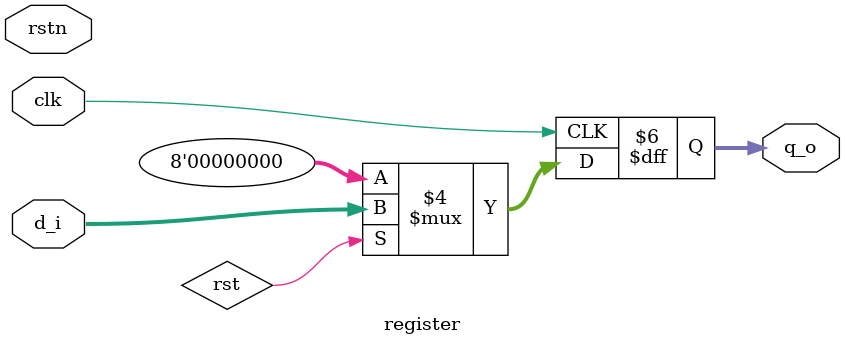
<source format=v>
module register
#(parameter N = 8)
(
input clk,
input rstn,
input [N-1:0] d_i,
output reg [N-1:0] q_o
);

always @(posedge clk) begin
    if (!rst) begin
        q_o <= 0;
    end else begin
        q_o <= d_i;
    end
end

endmodule


</source>
